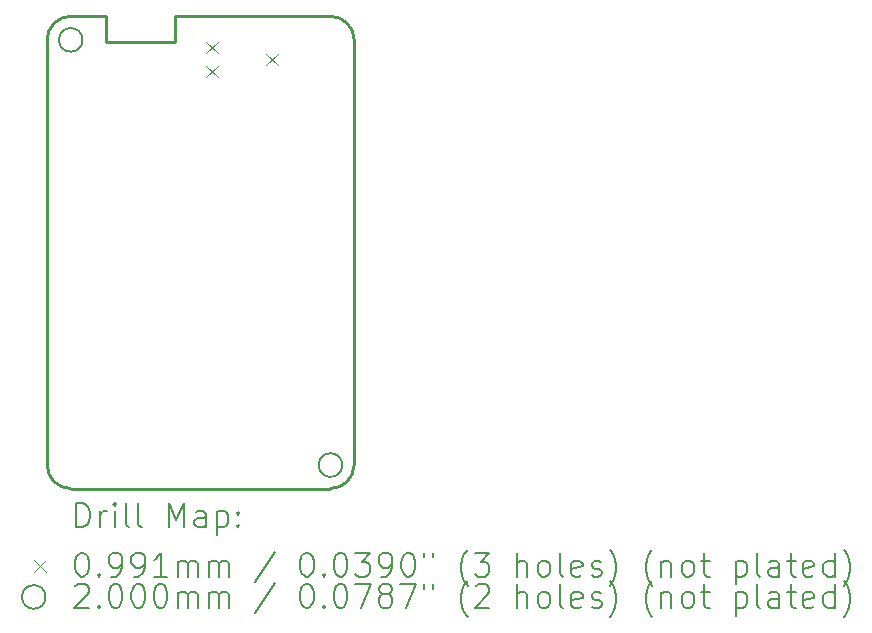
<source format=gbr>
%TF.GenerationSoftware,KiCad,Pcbnew,8.0.8*%
%TF.CreationDate,2025-02-27T16:48:46+01:00*%
%TF.ProjectId,nervous-ecg,6e657276-6f75-4732-9d65-63672e6b6963,1*%
%TF.SameCoordinates,Original*%
%TF.FileFunction,Drillmap*%
%TF.FilePolarity,Positive*%
%FSLAX45Y45*%
G04 Gerber Fmt 4.5, Leading zero omitted, Abs format (unit mm)*
G04 Created by KiCad (PCBNEW 8.0.8) date 2025-02-27 16:48:46*
%MOMM*%
%LPD*%
G01*
G04 APERTURE LIST*
%ADD10C,0.254000*%
%ADD11C,0.200000*%
%ADD12C,0.100000*%
G04 APERTURE END LIST*
D10*
X5599997Y-2600198D02*
X5600000Y-6200000D01*
X3500000Y-2617050D02*
X4084400Y-2617050D01*
X3500000Y-2617050D02*
X3500000Y-2400000D01*
X3200000Y-6400000D02*
G75*
G02*
X3000304Y-6199700I2170J201860D01*
G01*
X5600000Y-6200000D02*
G75*
G02*
X5399700Y-6399696I-201860J2170D01*
G01*
X5400297Y-2399898D02*
X4084400Y-2400000D01*
X5399700Y-6399700D02*
X3200000Y-6400000D01*
X3000300Y-2600200D02*
X3000300Y-6199700D01*
X3000300Y-2600200D02*
G75*
G02*
X3200000Y-2400003I201260J-1060D01*
G01*
X3500000Y-2400000D02*
X3200000Y-2400000D01*
X4084400Y-2617050D02*
X4084400Y-2400000D01*
X5400297Y-2399898D02*
G75*
G02*
X5599988Y-2600198I-2177J-201862D01*
G01*
D11*
D12*
X4346953Y-2614552D02*
X4446053Y-2713652D01*
X4446053Y-2614552D02*
X4346953Y-2713652D01*
X4346953Y-2817752D02*
X4446053Y-2916852D01*
X4446053Y-2817752D02*
X4346953Y-2916852D01*
X4854953Y-2716152D02*
X4954053Y-2815252D01*
X4954053Y-2716152D02*
X4854953Y-2815252D01*
D11*
X3299997Y-2600198D02*
G75*
G02*
X3099997Y-2600198I-100000J0D01*
G01*
X3099997Y-2600198D02*
G75*
G02*
X3299997Y-2600198I100000J0D01*
G01*
X5499697Y-6199998D02*
G75*
G02*
X5299697Y-6199998I-100000J0D01*
G01*
X5299697Y-6199998D02*
G75*
G02*
X5499697Y-6199998I100000J0D01*
G01*
X3248377Y-6724184D02*
X3248377Y-6524184D01*
X3248377Y-6524184D02*
X3295996Y-6524184D01*
X3295996Y-6524184D02*
X3324567Y-6533708D01*
X3324567Y-6533708D02*
X3343615Y-6552755D01*
X3343615Y-6552755D02*
X3353139Y-6571803D01*
X3353139Y-6571803D02*
X3362662Y-6609898D01*
X3362662Y-6609898D02*
X3362662Y-6638469D01*
X3362662Y-6638469D02*
X3353139Y-6676565D01*
X3353139Y-6676565D02*
X3343615Y-6695612D01*
X3343615Y-6695612D02*
X3324567Y-6714660D01*
X3324567Y-6714660D02*
X3295996Y-6724184D01*
X3295996Y-6724184D02*
X3248377Y-6724184D01*
X3448377Y-6724184D02*
X3448377Y-6590850D01*
X3448377Y-6628946D02*
X3457901Y-6609898D01*
X3457901Y-6609898D02*
X3467424Y-6600374D01*
X3467424Y-6600374D02*
X3486472Y-6590850D01*
X3486472Y-6590850D02*
X3505520Y-6590850D01*
X3572186Y-6724184D02*
X3572186Y-6590850D01*
X3572186Y-6524184D02*
X3562662Y-6533708D01*
X3562662Y-6533708D02*
X3572186Y-6543231D01*
X3572186Y-6543231D02*
X3581710Y-6533708D01*
X3581710Y-6533708D02*
X3572186Y-6524184D01*
X3572186Y-6524184D02*
X3572186Y-6543231D01*
X3695996Y-6724184D02*
X3676948Y-6714660D01*
X3676948Y-6714660D02*
X3667424Y-6695612D01*
X3667424Y-6695612D02*
X3667424Y-6524184D01*
X3800758Y-6724184D02*
X3781710Y-6714660D01*
X3781710Y-6714660D02*
X3772186Y-6695612D01*
X3772186Y-6695612D02*
X3772186Y-6524184D01*
X4029329Y-6724184D02*
X4029329Y-6524184D01*
X4029329Y-6524184D02*
X4095996Y-6667041D01*
X4095996Y-6667041D02*
X4162662Y-6524184D01*
X4162662Y-6524184D02*
X4162662Y-6724184D01*
X4343615Y-6724184D02*
X4343615Y-6619422D01*
X4343615Y-6619422D02*
X4334091Y-6600374D01*
X4334091Y-6600374D02*
X4315044Y-6590850D01*
X4315044Y-6590850D02*
X4276948Y-6590850D01*
X4276948Y-6590850D02*
X4257901Y-6600374D01*
X4343615Y-6714660D02*
X4324567Y-6724184D01*
X4324567Y-6724184D02*
X4276948Y-6724184D01*
X4276948Y-6724184D02*
X4257901Y-6714660D01*
X4257901Y-6714660D02*
X4248377Y-6695612D01*
X4248377Y-6695612D02*
X4248377Y-6676565D01*
X4248377Y-6676565D02*
X4257901Y-6657517D01*
X4257901Y-6657517D02*
X4276948Y-6647993D01*
X4276948Y-6647993D02*
X4324567Y-6647993D01*
X4324567Y-6647993D02*
X4343615Y-6638469D01*
X4438853Y-6590850D02*
X4438853Y-6790850D01*
X4438853Y-6600374D02*
X4457901Y-6590850D01*
X4457901Y-6590850D02*
X4495996Y-6590850D01*
X4495996Y-6590850D02*
X4515044Y-6600374D01*
X4515044Y-6600374D02*
X4524567Y-6609898D01*
X4524567Y-6609898D02*
X4534091Y-6628946D01*
X4534091Y-6628946D02*
X4534091Y-6686088D01*
X4534091Y-6686088D02*
X4524567Y-6705136D01*
X4524567Y-6705136D02*
X4515044Y-6714660D01*
X4515044Y-6714660D02*
X4495996Y-6724184D01*
X4495996Y-6724184D02*
X4457901Y-6724184D01*
X4457901Y-6724184D02*
X4438853Y-6714660D01*
X4619805Y-6705136D02*
X4629329Y-6714660D01*
X4629329Y-6714660D02*
X4619805Y-6724184D01*
X4619805Y-6724184D02*
X4610282Y-6714660D01*
X4610282Y-6714660D02*
X4619805Y-6705136D01*
X4619805Y-6705136D02*
X4619805Y-6724184D01*
X4619805Y-6600374D02*
X4629329Y-6609898D01*
X4629329Y-6609898D02*
X4619805Y-6619422D01*
X4619805Y-6619422D02*
X4610282Y-6609898D01*
X4610282Y-6609898D02*
X4619805Y-6600374D01*
X4619805Y-6600374D02*
X4619805Y-6619422D01*
D12*
X2888500Y-7003150D02*
X2987600Y-7102250D01*
X2987600Y-7003150D02*
X2888500Y-7102250D01*
D11*
X3286472Y-6944184D02*
X3305520Y-6944184D01*
X3305520Y-6944184D02*
X3324567Y-6953708D01*
X3324567Y-6953708D02*
X3334091Y-6963231D01*
X3334091Y-6963231D02*
X3343615Y-6982279D01*
X3343615Y-6982279D02*
X3353139Y-7020374D01*
X3353139Y-7020374D02*
X3353139Y-7067993D01*
X3353139Y-7067993D02*
X3343615Y-7106088D01*
X3343615Y-7106088D02*
X3334091Y-7125136D01*
X3334091Y-7125136D02*
X3324567Y-7134660D01*
X3324567Y-7134660D02*
X3305520Y-7144184D01*
X3305520Y-7144184D02*
X3286472Y-7144184D01*
X3286472Y-7144184D02*
X3267424Y-7134660D01*
X3267424Y-7134660D02*
X3257901Y-7125136D01*
X3257901Y-7125136D02*
X3248377Y-7106088D01*
X3248377Y-7106088D02*
X3238853Y-7067993D01*
X3238853Y-7067993D02*
X3238853Y-7020374D01*
X3238853Y-7020374D02*
X3248377Y-6982279D01*
X3248377Y-6982279D02*
X3257901Y-6963231D01*
X3257901Y-6963231D02*
X3267424Y-6953708D01*
X3267424Y-6953708D02*
X3286472Y-6944184D01*
X3438853Y-7125136D02*
X3448377Y-7134660D01*
X3448377Y-7134660D02*
X3438853Y-7144184D01*
X3438853Y-7144184D02*
X3429329Y-7134660D01*
X3429329Y-7134660D02*
X3438853Y-7125136D01*
X3438853Y-7125136D02*
X3438853Y-7144184D01*
X3543615Y-7144184D02*
X3581710Y-7144184D01*
X3581710Y-7144184D02*
X3600758Y-7134660D01*
X3600758Y-7134660D02*
X3610282Y-7125136D01*
X3610282Y-7125136D02*
X3629329Y-7096565D01*
X3629329Y-7096565D02*
X3638853Y-7058469D01*
X3638853Y-7058469D02*
X3638853Y-6982279D01*
X3638853Y-6982279D02*
X3629329Y-6963231D01*
X3629329Y-6963231D02*
X3619805Y-6953708D01*
X3619805Y-6953708D02*
X3600758Y-6944184D01*
X3600758Y-6944184D02*
X3562662Y-6944184D01*
X3562662Y-6944184D02*
X3543615Y-6953708D01*
X3543615Y-6953708D02*
X3534091Y-6963231D01*
X3534091Y-6963231D02*
X3524567Y-6982279D01*
X3524567Y-6982279D02*
X3524567Y-7029898D01*
X3524567Y-7029898D02*
X3534091Y-7048946D01*
X3534091Y-7048946D02*
X3543615Y-7058469D01*
X3543615Y-7058469D02*
X3562662Y-7067993D01*
X3562662Y-7067993D02*
X3600758Y-7067993D01*
X3600758Y-7067993D02*
X3619805Y-7058469D01*
X3619805Y-7058469D02*
X3629329Y-7048946D01*
X3629329Y-7048946D02*
X3638853Y-7029898D01*
X3734091Y-7144184D02*
X3772186Y-7144184D01*
X3772186Y-7144184D02*
X3791234Y-7134660D01*
X3791234Y-7134660D02*
X3800758Y-7125136D01*
X3800758Y-7125136D02*
X3819805Y-7096565D01*
X3819805Y-7096565D02*
X3829329Y-7058469D01*
X3829329Y-7058469D02*
X3829329Y-6982279D01*
X3829329Y-6982279D02*
X3819805Y-6963231D01*
X3819805Y-6963231D02*
X3810282Y-6953708D01*
X3810282Y-6953708D02*
X3791234Y-6944184D01*
X3791234Y-6944184D02*
X3753139Y-6944184D01*
X3753139Y-6944184D02*
X3734091Y-6953708D01*
X3734091Y-6953708D02*
X3724567Y-6963231D01*
X3724567Y-6963231D02*
X3715043Y-6982279D01*
X3715043Y-6982279D02*
X3715043Y-7029898D01*
X3715043Y-7029898D02*
X3724567Y-7048946D01*
X3724567Y-7048946D02*
X3734091Y-7058469D01*
X3734091Y-7058469D02*
X3753139Y-7067993D01*
X3753139Y-7067993D02*
X3791234Y-7067993D01*
X3791234Y-7067993D02*
X3810282Y-7058469D01*
X3810282Y-7058469D02*
X3819805Y-7048946D01*
X3819805Y-7048946D02*
X3829329Y-7029898D01*
X4019805Y-7144184D02*
X3905520Y-7144184D01*
X3962662Y-7144184D02*
X3962662Y-6944184D01*
X3962662Y-6944184D02*
X3943615Y-6972755D01*
X3943615Y-6972755D02*
X3924567Y-6991803D01*
X3924567Y-6991803D02*
X3905520Y-7001327D01*
X4105520Y-7144184D02*
X4105520Y-7010850D01*
X4105520Y-7029898D02*
X4115043Y-7020374D01*
X4115043Y-7020374D02*
X4134091Y-7010850D01*
X4134091Y-7010850D02*
X4162663Y-7010850D01*
X4162663Y-7010850D02*
X4181710Y-7020374D01*
X4181710Y-7020374D02*
X4191234Y-7039422D01*
X4191234Y-7039422D02*
X4191234Y-7144184D01*
X4191234Y-7039422D02*
X4200758Y-7020374D01*
X4200758Y-7020374D02*
X4219805Y-7010850D01*
X4219805Y-7010850D02*
X4248377Y-7010850D01*
X4248377Y-7010850D02*
X4267425Y-7020374D01*
X4267425Y-7020374D02*
X4276948Y-7039422D01*
X4276948Y-7039422D02*
X4276948Y-7144184D01*
X4372186Y-7144184D02*
X4372186Y-7010850D01*
X4372186Y-7029898D02*
X4381710Y-7020374D01*
X4381710Y-7020374D02*
X4400758Y-7010850D01*
X4400758Y-7010850D02*
X4429329Y-7010850D01*
X4429329Y-7010850D02*
X4448377Y-7020374D01*
X4448377Y-7020374D02*
X4457901Y-7039422D01*
X4457901Y-7039422D02*
X4457901Y-7144184D01*
X4457901Y-7039422D02*
X4467425Y-7020374D01*
X4467425Y-7020374D02*
X4486472Y-7010850D01*
X4486472Y-7010850D02*
X4515044Y-7010850D01*
X4515044Y-7010850D02*
X4534091Y-7020374D01*
X4534091Y-7020374D02*
X4543615Y-7039422D01*
X4543615Y-7039422D02*
X4543615Y-7144184D01*
X4934091Y-6934660D02*
X4762663Y-7191803D01*
X5191234Y-6944184D02*
X5210282Y-6944184D01*
X5210282Y-6944184D02*
X5229329Y-6953708D01*
X5229329Y-6953708D02*
X5238853Y-6963231D01*
X5238853Y-6963231D02*
X5248377Y-6982279D01*
X5248377Y-6982279D02*
X5257901Y-7020374D01*
X5257901Y-7020374D02*
X5257901Y-7067993D01*
X5257901Y-7067993D02*
X5248377Y-7106088D01*
X5248377Y-7106088D02*
X5238853Y-7125136D01*
X5238853Y-7125136D02*
X5229329Y-7134660D01*
X5229329Y-7134660D02*
X5210282Y-7144184D01*
X5210282Y-7144184D02*
X5191234Y-7144184D01*
X5191234Y-7144184D02*
X5172187Y-7134660D01*
X5172187Y-7134660D02*
X5162663Y-7125136D01*
X5162663Y-7125136D02*
X5153139Y-7106088D01*
X5153139Y-7106088D02*
X5143615Y-7067993D01*
X5143615Y-7067993D02*
X5143615Y-7020374D01*
X5143615Y-7020374D02*
X5153139Y-6982279D01*
X5153139Y-6982279D02*
X5162663Y-6963231D01*
X5162663Y-6963231D02*
X5172187Y-6953708D01*
X5172187Y-6953708D02*
X5191234Y-6944184D01*
X5343615Y-7125136D02*
X5353139Y-7134660D01*
X5353139Y-7134660D02*
X5343615Y-7144184D01*
X5343615Y-7144184D02*
X5334091Y-7134660D01*
X5334091Y-7134660D02*
X5343615Y-7125136D01*
X5343615Y-7125136D02*
X5343615Y-7144184D01*
X5476948Y-6944184D02*
X5495996Y-6944184D01*
X5495996Y-6944184D02*
X5515044Y-6953708D01*
X5515044Y-6953708D02*
X5524568Y-6963231D01*
X5524568Y-6963231D02*
X5534091Y-6982279D01*
X5534091Y-6982279D02*
X5543615Y-7020374D01*
X5543615Y-7020374D02*
X5543615Y-7067993D01*
X5543615Y-7067993D02*
X5534091Y-7106088D01*
X5534091Y-7106088D02*
X5524568Y-7125136D01*
X5524568Y-7125136D02*
X5515044Y-7134660D01*
X5515044Y-7134660D02*
X5495996Y-7144184D01*
X5495996Y-7144184D02*
X5476948Y-7144184D01*
X5476948Y-7144184D02*
X5457901Y-7134660D01*
X5457901Y-7134660D02*
X5448377Y-7125136D01*
X5448377Y-7125136D02*
X5438853Y-7106088D01*
X5438853Y-7106088D02*
X5429329Y-7067993D01*
X5429329Y-7067993D02*
X5429329Y-7020374D01*
X5429329Y-7020374D02*
X5438853Y-6982279D01*
X5438853Y-6982279D02*
X5448377Y-6963231D01*
X5448377Y-6963231D02*
X5457901Y-6953708D01*
X5457901Y-6953708D02*
X5476948Y-6944184D01*
X5610282Y-6944184D02*
X5734091Y-6944184D01*
X5734091Y-6944184D02*
X5667425Y-7020374D01*
X5667425Y-7020374D02*
X5695996Y-7020374D01*
X5695996Y-7020374D02*
X5715044Y-7029898D01*
X5715044Y-7029898D02*
X5724567Y-7039422D01*
X5724567Y-7039422D02*
X5734091Y-7058469D01*
X5734091Y-7058469D02*
X5734091Y-7106088D01*
X5734091Y-7106088D02*
X5724567Y-7125136D01*
X5724567Y-7125136D02*
X5715044Y-7134660D01*
X5715044Y-7134660D02*
X5695996Y-7144184D01*
X5695996Y-7144184D02*
X5638853Y-7144184D01*
X5638853Y-7144184D02*
X5619806Y-7134660D01*
X5619806Y-7134660D02*
X5610282Y-7125136D01*
X5829329Y-7144184D02*
X5867425Y-7144184D01*
X5867425Y-7144184D02*
X5886472Y-7134660D01*
X5886472Y-7134660D02*
X5895996Y-7125136D01*
X5895996Y-7125136D02*
X5915044Y-7096565D01*
X5915044Y-7096565D02*
X5924567Y-7058469D01*
X5924567Y-7058469D02*
X5924567Y-6982279D01*
X5924567Y-6982279D02*
X5915044Y-6963231D01*
X5915044Y-6963231D02*
X5905520Y-6953708D01*
X5905520Y-6953708D02*
X5886472Y-6944184D01*
X5886472Y-6944184D02*
X5848377Y-6944184D01*
X5848377Y-6944184D02*
X5829329Y-6953708D01*
X5829329Y-6953708D02*
X5819806Y-6963231D01*
X5819806Y-6963231D02*
X5810282Y-6982279D01*
X5810282Y-6982279D02*
X5810282Y-7029898D01*
X5810282Y-7029898D02*
X5819806Y-7048946D01*
X5819806Y-7048946D02*
X5829329Y-7058469D01*
X5829329Y-7058469D02*
X5848377Y-7067993D01*
X5848377Y-7067993D02*
X5886472Y-7067993D01*
X5886472Y-7067993D02*
X5905520Y-7058469D01*
X5905520Y-7058469D02*
X5915044Y-7048946D01*
X5915044Y-7048946D02*
X5924567Y-7029898D01*
X6048377Y-6944184D02*
X6067425Y-6944184D01*
X6067425Y-6944184D02*
X6086472Y-6953708D01*
X6086472Y-6953708D02*
X6095996Y-6963231D01*
X6095996Y-6963231D02*
X6105520Y-6982279D01*
X6105520Y-6982279D02*
X6115044Y-7020374D01*
X6115044Y-7020374D02*
X6115044Y-7067993D01*
X6115044Y-7067993D02*
X6105520Y-7106088D01*
X6105520Y-7106088D02*
X6095996Y-7125136D01*
X6095996Y-7125136D02*
X6086472Y-7134660D01*
X6086472Y-7134660D02*
X6067425Y-7144184D01*
X6067425Y-7144184D02*
X6048377Y-7144184D01*
X6048377Y-7144184D02*
X6029329Y-7134660D01*
X6029329Y-7134660D02*
X6019806Y-7125136D01*
X6019806Y-7125136D02*
X6010282Y-7106088D01*
X6010282Y-7106088D02*
X6000758Y-7067993D01*
X6000758Y-7067993D02*
X6000758Y-7020374D01*
X6000758Y-7020374D02*
X6010282Y-6982279D01*
X6010282Y-6982279D02*
X6019806Y-6963231D01*
X6019806Y-6963231D02*
X6029329Y-6953708D01*
X6029329Y-6953708D02*
X6048377Y-6944184D01*
X6191234Y-6944184D02*
X6191234Y-6982279D01*
X6267425Y-6944184D02*
X6267425Y-6982279D01*
X6562663Y-7220374D02*
X6553139Y-7210850D01*
X6553139Y-7210850D02*
X6534091Y-7182279D01*
X6534091Y-7182279D02*
X6524568Y-7163231D01*
X6524568Y-7163231D02*
X6515044Y-7134660D01*
X6515044Y-7134660D02*
X6505520Y-7087041D01*
X6505520Y-7087041D02*
X6505520Y-7048946D01*
X6505520Y-7048946D02*
X6515044Y-7001327D01*
X6515044Y-7001327D02*
X6524568Y-6972755D01*
X6524568Y-6972755D02*
X6534091Y-6953708D01*
X6534091Y-6953708D02*
X6553139Y-6925136D01*
X6553139Y-6925136D02*
X6562663Y-6915612D01*
X6619806Y-6944184D02*
X6743615Y-6944184D01*
X6743615Y-6944184D02*
X6676948Y-7020374D01*
X6676948Y-7020374D02*
X6705520Y-7020374D01*
X6705520Y-7020374D02*
X6724568Y-7029898D01*
X6724568Y-7029898D02*
X6734091Y-7039422D01*
X6734091Y-7039422D02*
X6743615Y-7058469D01*
X6743615Y-7058469D02*
X6743615Y-7106088D01*
X6743615Y-7106088D02*
X6734091Y-7125136D01*
X6734091Y-7125136D02*
X6724568Y-7134660D01*
X6724568Y-7134660D02*
X6705520Y-7144184D01*
X6705520Y-7144184D02*
X6648377Y-7144184D01*
X6648377Y-7144184D02*
X6629329Y-7134660D01*
X6629329Y-7134660D02*
X6619806Y-7125136D01*
X6981710Y-7144184D02*
X6981710Y-6944184D01*
X7067425Y-7144184D02*
X7067425Y-7039422D01*
X7067425Y-7039422D02*
X7057901Y-7020374D01*
X7057901Y-7020374D02*
X7038853Y-7010850D01*
X7038853Y-7010850D02*
X7010282Y-7010850D01*
X7010282Y-7010850D02*
X6991234Y-7020374D01*
X6991234Y-7020374D02*
X6981710Y-7029898D01*
X7191234Y-7144184D02*
X7172187Y-7134660D01*
X7172187Y-7134660D02*
X7162663Y-7125136D01*
X7162663Y-7125136D02*
X7153139Y-7106088D01*
X7153139Y-7106088D02*
X7153139Y-7048946D01*
X7153139Y-7048946D02*
X7162663Y-7029898D01*
X7162663Y-7029898D02*
X7172187Y-7020374D01*
X7172187Y-7020374D02*
X7191234Y-7010850D01*
X7191234Y-7010850D02*
X7219806Y-7010850D01*
X7219806Y-7010850D02*
X7238853Y-7020374D01*
X7238853Y-7020374D02*
X7248377Y-7029898D01*
X7248377Y-7029898D02*
X7257901Y-7048946D01*
X7257901Y-7048946D02*
X7257901Y-7106088D01*
X7257901Y-7106088D02*
X7248377Y-7125136D01*
X7248377Y-7125136D02*
X7238853Y-7134660D01*
X7238853Y-7134660D02*
X7219806Y-7144184D01*
X7219806Y-7144184D02*
X7191234Y-7144184D01*
X7372187Y-7144184D02*
X7353139Y-7134660D01*
X7353139Y-7134660D02*
X7343615Y-7115612D01*
X7343615Y-7115612D02*
X7343615Y-6944184D01*
X7524568Y-7134660D02*
X7505520Y-7144184D01*
X7505520Y-7144184D02*
X7467425Y-7144184D01*
X7467425Y-7144184D02*
X7448377Y-7134660D01*
X7448377Y-7134660D02*
X7438853Y-7115612D01*
X7438853Y-7115612D02*
X7438853Y-7039422D01*
X7438853Y-7039422D02*
X7448377Y-7020374D01*
X7448377Y-7020374D02*
X7467425Y-7010850D01*
X7467425Y-7010850D02*
X7505520Y-7010850D01*
X7505520Y-7010850D02*
X7524568Y-7020374D01*
X7524568Y-7020374D02*
X7534091Y-7039422D01*
X7534091Y-7039422D02*
X7534091Y-7058469D01*
X7534091Y-7058469D02*
X7438853Y-7077517D01*
X7610282Y-7134660D02*
X7629330Y-7144184D01*
X7629330Y-7144184D02*
X7667425Y-7144184D01*
X7667425Y-7144184D02*
X7686472Y-7134660D01*
X7686472Y-7134660D02*
X7695996Y-7115612D01*
X7695996Y-7115612D02*
X7695996Y-7106088D01*
X7695996Y-7106088D02*
X7686472Y-7087041D01*
X7686472Y-7087041D02*
X7667425Y-7077517D01*
X7667425Y-7077517D02*
X7638853Y-7077517D01*
X7638853Y-7077517D02*
X7619806Y-7067993D01*
X7619806Y-7067993D02*
X7610282Y-7048946D01*
X7610282Y-7048946D02*
X7610282Y-7039422D01*
X7610282Y-7039422D02*
X7619806Y-7020374D01*
X7619806Y-7020374D02*
X7638853Y-7010850D01*
X7638853Y-7010850D02*
X7667425Y-7010850D01*
X7667425Y-7010850D02*
X7686472Y-7020374D01*
X7762663Y-7220374D02*
X7772187Y-7210850D01*
X7772187Y-7210850D02*
X7791234Y-7182279D01*
X7791234Y-7182279D02*
X7800758Y-7163231D01*
X7800758Y-7163231D02*
X7810282Y-7134660D01*
X7810282Y-7134660D02*
X7819806Y-7087041D01*
X7819806Y-7087041D02*
X7819806Y-7048946D01*
X7819806Y-7048946D02*
X7810282Y-7001327D01*
X7810282Y-7001327D02*
X7800758Y-6972755D01*
X7800758Y-6972755D02*
X7791234Y-6953708D01*
X7791234Y-6953708D02*
X7772187Y-6925136D01*
X7772187Y-6925136D02*
X7762663Y-6915612D01*
X8124568Y-7220374D02*
X8115044Y-7210850D01*
X8115044Y-7210850D02*
X8095996Y-7182279D01*
X8095996Y-7182279D02*
X8086472Y-7163231D01*
X8086472Y-7163231D02*
X8076949Y-7134660D01*
X8076949Y-7134660D02*
X8067425Y-7087041D01*
X8067425Y-7087041D02*
X8067425Y-7048946D01*
X8067425Y-7048946D02*
X8076949Y-7001327D01*
X8076949Y-7001327D02*
X8086472Y-6972755D01*
X8086472Y-6972755D02*
X8095996Y-6953708D01*
X8095996Y-6953708D02*
X8115044Y-6925136D01*
X8115044Y-6925136D02*
X8124568Y-6915612D01*
X8200758Y-7010850D02*
X8200758Y-7144184D01*
X8200758Y-7029898D02*
X8210282Y-7020374D01*
X8210282Y-7020374D02*
X8229330Y-7010850D01*
X8229330Y-7010850D02*
X8257901Y-7010850D01*
X8257901Y-7010850D02*
X8276949Y-7020374D01*
X8276949Y-7020374D02*
X8286472Y-7039422D01*
X8286472Y-7039422D02*
X8286472Y-7144184D01*
X8410282Y-7144184D02*
X8391234Y-7134660D01*
X8391234Y-7134660D02*
X8381711Y-7125136D01*
X8381711Y-7125136D02*
X8372187Y-7106088D01*
X8372187Y-7106088D02*
X8372187Y-7048946D01*
X8372187Y-7048946D02*
X8381711Y-7029898D01*
X8381711Y-7029898D02*
X8391234Y-7020374D01*
X8391234Y-7020374D02*
X8410282Y-7010850D01*
X8410282Y-7010850D02*
X8438854Y-7010850D01*
X8438854Y-7010850D02*
X8457901Y-7020374D01*
X8457901Y-7020374D02*
X8467425Y-7029898D01*
X8467425Y-7029898D02*
X8476949Y-7048946D01*
X8476949Y-7048946D02*
X8476949Y-7106088D01*
X8476949Y-7106088D02*
X8467425Y-7125136D01*
X8467425Y-7125136D02*
X8457901Y-7134660D01*
X8457901Y-7134660D02*
X8438854Y-7144184D01*
X8438854Y-7144184D02*
X8410282Y-7144184D01*
X8534092Y-7010850D02*
X8610282Y-7010850D01*
X8562663Y-6944184D02*
X8562663Y-7115612D01*
X8562663Y-7115612D02*
X8572187Y-7134660D01*
X8572187Y-7134660D02*
X8591234Y-7144184D01*
X8591234Y-7144184D02*
X8610282Y-7144184D01*
X8829330Y-7010850D02*
X8829330Y-7210850D01*
X8829330Y-7020374D02*
X8848377Y-7010850D01*
X8848377Y-7010850D02*
X8886473Y-7010850D01*
X8886473Y-7010850D02*
X8905520Y-7020374D01*
X8905520Y-7020374D02*
X8915044Y-7029898D01*
X8915044Y-7029898D02*
X8924568Y-7048946D01*
X8924568Y-7048946D02*
X8924568Y-7106088D01*
X8924568Y-7106088D02*
X8915044Y-7125136D01*
X8915044Y-7125136D02*
X8905520Y-7134660D01*
X8905520Y-7134660D02*
X8886473Y-7144184D01*
X8886473Y-7144184D02*
X8848377Y-7144184D01*
X8848377Y-7144184D02*
X8829330Y-7134660D01*
X9038854Y-7144184D02*
X9019806Y-7134660D01*
X9019806Y-7134660D02*
X9010282Y-7115612D01*
X9010282Y-7115612D02*
X9010282Y-6944184D01*
X9200758Y-7144184D02*
X9200758Y-7039422D01*
X9200758Y-7039422D02*
X9191235Y-7020374D01*
X9191235Y-7020374D02*
X9172187Y-7010850D01*
X9172187Y-7010850D02*
X9134092Y-7010850D01*
X9134092Y-7010850D02*
X9115044Y-7020374D01*
X9200758Y-7134660D02*
X9181711Y-7144184D01*
X9181711Y-7144184D02*
X9134092Y-7144184D01*
X9134092Y-7144184D02*
X9115044Y-7134660D01*
X9115044Y-7134660D02*
X9105520Y-7115612D01*
X9105520Y-7115612D02*
X9105520Y-7096565D01*
X9105520Y-7096565D02*
X9115044Y-7077517D01*
X9115044Y-7077517D02*
X9134092Y-7067993D01*
X9134092Y-7067993D02*
X9181711Y-7067993D01*
X9181711Y-7067993D02*
X9200758Y-7058469D01*
X9267425Y-7010850D02*
X9343615Y-7010850D01*
X9295996Y-6944184D02*
X9295996Y-7115612D01*
X9295996Y-7115612D02*
X9305520Y-7134660D01*
X9305520Y-7134660D02*
X9324568Y-7144184D01*
X9324568Y-7144184D02*
X9343615Y-7144184D01*
X9486473Y-7134660D02*
X9467425Y-7144184D01*
X9467425Y-7144184D02*
X9429330Y-7144184D01*
X9429330Y-7144184D02*
X9410282Y-7134660D01*
X9410282Y-7134660D02*
X9400758Y-7115612D01*
X9400758Y-7115612D02*
X9400758Y-7039422D01*
X9400758Y-7039422D02*
X9410282Y-7020374D01*
X9410282Y-7020374D02*
X9429330Y-7010850D01*
X9429330Y-7010850D02*
X9467425Y-7010850D01*
X9467425Y-7010850D02*
X9486473Y-7020374D01*
X9486473Y-7020374D02*
X9495996Y-7039422D01*
X9495996Y-7039422D02*
X9495996Y-7058469D01*
X9495996Y-7058469D02*
X9400758Y-7077517D01*
X9667425Y-7144184D02*
X9667425Y-6944184D01*
X9667425Y-7134660D02*
X9648377Y-7144184D01*
X9648377Y-7144184D02*
X9610282Y-7144184D01*
X9610282Y-7144184D02*
X9591235Y-7134660D01*
X9591235Y-7134660D02*
X9581711Y-7125136D01*
X9581711Y-7125136D02*
X9572187Y-7106088D01*
X9572187Y-7106088D02*
X9572187Y-7048946D01*
X9572187Y-7048946D02*
X9581711Y-7029898D01*
X9581711Y-7029898D02*
X9591235Y-7020374D01*
X9591235Y-7020374D02*
X9610282Y-7010850D01*
X9610282Y-7010850D02*
X9648377Y-7010850D01*
X9648377Y-7010850D02*
X9667425Y-7020374D01*
X9743616Y-7220374D02*
X9753139Y-7210850D01*
X9753139Y-7210850D02*
X9772187Y-7182279D01*
X9772187Y-7182279D02*
X9781711Y-7163231D01*
X9781711Y-7163231D02*
X9791235Y-7134660D01*
X9791235Y-7134660D02*
X9800758Y-7087041D01*
X9800758Y-7087041D02*
X9800758Y-7048946D01*
X9800758Y-7048946D02*
X9791235Y-7001327D01*
X9791235Y-7001327D02*
X9781711Y-6972755D01*
X9781711Y-6972755D02*
X9772187Y-6953708D01*
X9772187Y-6953708D02*
X9753139Y-6925136D01*
X9753139Y-6925136D02*
X9743616Y-6915612D01*
X2987600Y-7316700D02*
G75*
G02*
X2787600Y-7316700I-100000J0D01*
G01*
X2787600Y-7316700D02*
G75*
G02*
X2987600Y-7316700I100000J0D01*
G01*
X3238853Y-7227231D02*
X3248377Y-7217708D01*
X3248377Y-7217708D02*
X3267424Y-7208184D01*
X3267424Y-7208184D02*
X3315043Y-7208184D01*
X3315043Y-7208184D02*
X3334091Y-7217708D01*
X3334091Y-7217708D02*
X3343615Y-7227231D01*
X3343615Y-7227231D02*
X3353139Y-7246279D01*
X3353139Y-7246279D02*
X3353139Y-7265327D01*
X3353139Y-7265327D02*
X3343615Y-7293898D01*
X3343615Y-7293898D02*
X3229329Y-7408184D01*
X3229329Y-7408184D02*
X3353139Y-7408184D01*
X3438853Y-7389136D02*
X3448377Y-7398660D01*
X3448377Y-7398660D02*
X3438853Y-7408184D01*
X3438853Y-7408184D02*
X3429329Y-7398660D01*
X3429329Y-7398660D02*
X3438853Y-7389136D01*
X3438853Y-7389136D02*
X3438853Y-7408184D01*
X3572186Y-7208184D02*
X3591234Y-7208184D01*
X3591234Y-7208184D02*
X3610282Y-7217708D01*
X3610282Y-7217708D02*
X3619805Y-7227231D01*
X3619805Y-7227231D02*
X3629329Y-7246279D01*
X3629329Y-7246279D02*
X3638853Y-7284374D01*
X3638853Y-7284374D02*
X3638853Y-7331993D01*
X3638853Y-7331993D02*
X3629329Y-7370088D01*
X3629329Y-7370088D02*
X3619805Y-7389136D01*
X3619805Y-7389136D02*
X3610282Y-7398660D01*
X3610282Y-7398660D02*
X3591234Y-7408184D01*
X3591234Y-7408184D02*
X3572186Y-7408184D01*
X3572186Y-7408184D02*
X3553139Y-7398660D01*
X3553139Y-7398660D02*
X3543615Y-7389136D01*
X3543615Y-7389136D02*
X3534091Y-7370088D01*
X3534091Y-7370088D02*
X3524567Y-7331993D01*
X3524567Y-7331993D02*
X3524567Y-7284374D01*
X3524567Y-7284374D02*
X3534091Y-7246279D01*
X3534091Y-7246279D02*
X3543615Y-7227231D01*
X3543615Y-7227231D02*
X3553139Y-7217708D01*
X3553139Y-7217708D02*
X3572186Y-7208184D01*
X3762662Y-7208184D02*
X3781710Y-7208184D01*
X3781710Y-7208184D02*
X3800758Y-7217708D01*
X3800758Y-7217708D02*
X3810282Y-7227231D01*
X3810282Y-7227231D02*
X3819805Y-7246279D01*
X3819805Y-7246279D02*
X3829329Y-7284374D01*
X3829329Y-7284374D02*
X3829329Y-7331993D01*
X3829329Y-7331993D02*
X3819805Y-7370088D01*
X3819805Y-7370088D02*
X3810282Y-7389136D01*
X3810282Y-7389136D02*
X3800758Y-7398660D01*
X3800758Y-7398660D02*
X3781710Y-7408184D01*
X3781710Y-7408184D02*
X3762662Y-7408184D01*
X3762662Y-7408184D02*
X3743615Y-7398660D01*
X3743615Y-7398660D02*
X3734091Y-7389136D01*
X3734091Y-7389136D02*
X3724567Y-7370088D01*
X3724567Y-7370088D02*
X3715043Y-7331993D01*
X3715043Y-7331993D02*
X3715043Y-7284374D01*
X3715043Y-7284374D02*
X3724567Y-7246279D01*
X3724567Y-7246279D02*
X3734091Y-7227231D01*
X3734091Y-7227231D02*
X3743615Y-7217708D01*
X3743615Y-7217708D02*
X3762662Y-7208184D01*
X3953139Y-7208184D02*
X3972186Y-7208184D01*
X3972186Y-7208184D02*
X3991234Y-7217708D01*
X3991234Y-7217708D02*
X4000758Y-7227231D01*
X4000758Y-7227231D02*
X4010282Y-7246279D01*
X4010282Y-7246279D02*
X4019805Y-7284374D01*
X4019805Y-7284374D02*
X4019805Y-7331993D01*
X4019805Y-7331993D02*
X4010282Y-7370088D01*
X4010282Y-7370088D02*
X4000758Y-7389136D01*
X4000758Y-7389136D02*
X3991234Y-7398660D01*
X3991234Y-7398660D02*
X3972186Y-7408184D01*
X3972186Y-7408184D02*
X3953139Y-7408184D01*
X3953139Y-7408184D02*
X3934091Y-7398660D01*
X3934091Y-7398660D02*
X3924567Y-7389136D01*
X3924567Y-7389136D02*
X3915043Y-7370088D01*
X3915043Y-7370088D02*
X3905520Y-7331993D01*
X3905520Y-7331993D02*
X3905520Y-7284374D01*
X3905520Y-7284374D02*
X3915043Y-7246279D01*
X3915043Y-7246279D02*
X3924567Y-7227231D01*
X3924567Y-7227231D02*
X3934091Y-7217708D01*
X3934091Y-7217708D02*
X3953139Y-7208184D01*
X4105520Y-7408184D02*
X4105520Y-7274850D01*
X4105520Y-7293898D02*
X4115043Y-7284374D01*
X4115043Y-7284374D02*
X4134091Y-7274850D01*
X4134091Y-7274850D02*
X4162663Y-7274850D01*
X4162663Y-7274850D02*
X4181710Y-7284374D01*
X4181710Y-7284374D02*
X4191234Y-7303422D01*
X4191234Y-7303422D02*
X4191234Y-7408184D01*
X4191234Y-7303422D02*
X4200758Y-7284374D01*
X4200758Y-7284374D02*
X4219805Y-7274850D01*
X4219805Y-7274850D02*
X4248377Y-7274850D01*
X4248377Y-7274850D02*
X4267425Y-7284374D01*
X4267425Y-7284374D02*
X4276948Y-7303422D01*
X4276948Y-7303422D02*
X4276948Y-7408184D01*
X4372186Y-7408184D02*
X4372186Y-7274850D01*
X4372186Y-7293898D02*
X4381710Y-7284374D01*
X4381710Y-7284374D02*
X4400758Y-7274850D01*
X4400758Y-7274850D02*
X4429329Y-7274850D01*
X4429329Y-7274850D02*
X4448377Y-7284374D01*
X4448377Y-7284374D02*
X4457901Y-7303422D01*
X4457901Y-7303422D02*
X4457901Y-7408184D01*
X4457901Y-7303422D02*
X4467425Y-7284374D01*
X4467425Y-7284374D02*
X4486472Y-7274850D01*
X4486472Y-7274850D02*
X4515044Y-7274850D01*
X4515044Y-7274850D02*
X4534091Y-7284374D01*
X4534091Y-7284374D02*
X4543615Y-7303422D01*
X4543615Y-7303422D02*
X4543615Y-7408184D01*
X4934091Y-7198660D02*
X4762663Y-7455803D01*
X5191234Y-7208184D02*
X5210282Y-7208184D01*
X5210282Y-7208184D02*
X5229329Y-7217708D01*
X5229329Y-7217708D02*
X5238853Y-7227231D01*
X5238853Y-7227231D02*
X5248377Y-7246279D01*
X5248377Y-7246279D02*
X5257901Y-7284374D01*
X5257901Y-7284374D02*
X5257901Y-7331993D01*
X5257901Y-7331993D02*
X5248377Y-7370088D01*
X5248377Y-7370088D02*
X5238853Y-7389136D01*
X5238853Y-7389136D02*
X5229329Y-7398660D01*
X5229329Y-7398660D02*
X5210282Y-7408184D01*
X5210282Y-7408184D02*
X5191234Y-7408184D01*
X5191234Y-7408184D02*
X5172187Y-7398660D01*
X5172187Y-7398660D02*
X5162663Y-7389136D01*
X5162663Y-7389136D02*
X5153139Y-7370088D01*
X5153139Y-7370088D02*
X5143615Y-7331993D01*
X5143615Y-7331993D02*
X5143615Y-7284374D01*
X5143615Y-7284374D02*
X5153139Y-7246279D01*
X5153139Y-7246279D02*
X5162663Y-7227231D01*
X5162663Y-7227231D02*
X5172187Y-7217708D01*
X5172187Y-7217708D02*
X5191234Y-7208184D01*
X5343615Y-7389136D02*
X5353139Y-7398660D01*
X5353139Y-7398660D02*
X5343615Y-7408184D01*
X5343615Y-7408184D02*
X5334091Y-7398660D01*
X5334091Y-7398660D02*
X5343615Y-7389136D01*
X5343615Y-7389136D02*
X5343615Y-7408184D01*
X5476948Y-7208184D02*
X5495996Y-7208184D01*
X5495996Y-7208184D02*
X5515044Y-7217708D01*
X5515044Y-7217708D02*
X5524568Y-7227231D01*
X5524568Y-7227231D02*
X5534091Y-7246279D01*
X5534091Y-7246279D02*
X5543615Y-7284374D01*
X5543615Y-7284374D02*
X5543615Y-7331993D01*
X5543615Y-7331993D02*
X5534091Y-7370088D01*
X5534091Y-7370088D02*
X5524568Y-7389136D01*
X5524568Y-7389136D02*
X5515044Y-7398660D01*
X5515044Y-7398660D02*
X5495996Y-7408184D01*
X5495996Y-7408184D02*
X5476948Y-7408184D01*
X5476948Y-7408184D02*
X5457901Y-7398660D01*
X5457901Y-7398660D02*
X5448377Y-7389136D01*
X5448377Y-7389136D02*
X5438853Y-7370088D01*
X5438853Y-7370088D02*
X5429329Y-7331993D01*
X5429329Y-7331993D02*
X5429329Y-7284374D01*
X5429329Y-7284374D02*
X5438853Y-7246279D01*
X5438853Y-7246279D02*
X5448377Y-7227231D01*
X5448377Y-7227231D02*
X5457901Y-7217708D01*
X5457901Y-7217708D02*
X5476948Y-7208184D01*
X5610282Y-7208184D02*
X5743615Y-7208184D01*
X5743615Y-7208184D02*
X5657901Y-7408184D01*
X5848377Y-7293898D02*
X5829329Y-7284374D01*
X5829329Y-7284374D02*
X5819806Y-7274850D01*
X5819806Y-7274850D02*
X5810282Y-7255803D01*
X5810282Y-7255803D02*
X5810282Y-7246279D01*
X5810282Y-7246279D02*
X5819806Y-7227231D01*
X5819806Y-7227231D02*
X5829329Y-7217708D01*
X5829329Y-7217708D02*
X5848377Y-7208184D01*
X5848377Y-7208184D02*
X5886472Y-7208184D01*
X5886472Y-7208184D02*
X5905520Y-7217708D01*
X5905520Y-7217708D02*
X5915044Y-7227231D01*
X5915044Y-7227231D02*
X5924567Y-7246279D01*
X5924567Y-7246279D02*
X5924567Y-7255803D01*
X5924567Y-7255803D02*
X5915044Y-7274850D01*
X5915044Y-7274850D02*
X5905520Y-7284374D01*
X5905520Y-7284374D02*
X5886472Y-7293898D01*
X5886472Y-7293898D02*
X5848377Y-7293898D01*
X5848377Y-7293898D02*
X5829329Y-7303422D01*
X5829329Y-7303422D02*
X5819806Y-7312946D01*
X5819806Y-7312946D02*
X5810282Y-7331993D01*
X5810282Y-7331993D02*
X5810282Y-7370088D01*
X5810282Y-7370088D02*
X5819806Y-7389136D01*
X5819806Y-7389136D02*
X5829329Y-7398660D01*
X5829329Y-7398660D02*
X5848377Y-7408184D01*
X5848377Y-7408184D02*
X5886472Y-7408184D01*
X5886472Y-7408184D02*
X5905520Y-7398660D01*
X5905520Y-7398660D02*
X5915044Y-7389136D01*
X5915044Y-7389136D02*
X5924567Y-7370088D01*
X5924567Y-7370088D02*
X5924567Y-7331993D01*
X5924567Y-7331993D02*
X5915044Y-7312946D01*
X5915044Y-7312946D02*
X5905520Y-7303422D01*
X5905520Y-7303422D02*
X5886472Y-7293898D01*
X5991234Y-7208184D02*
X6124567Y-7208184D01*
X6124567Y-7208184D02*
X6038853Y-7408184D01*
X6191234Y-7208184D02*
X6191234Y-7246279D01*
X6267425Y-7208184D02*
X6267425Y-7246279D01*
X6562663Y-7484374D02*
X6553139Y-7474850D01*
X6553139Y-7474850D02*
X6534091Y-7446279D01*
X6534091Y-7446279D02*
X6524568Y-7427231D01*
X6524568Y-7427231D02*
X6515044Y-7398660D01*
X6515044Y-7398660D02*
X6505520Y-7351041D01*
X6505520Y-7351041D02*
X6505520Y-7312946D01*
X6505520Y-7312946D02*
X6515044Y-7265327D01*
X6515044Y-7265327D02*
X6524568Y-7236755D01*
X6524568Y-7236755D02*
X6534091Y-7217708D01*
X6534091Y-7217708D02*
X6553139Y-7189136D01*
X6553139Y-7189136D02*
X6562663Y-7179612D01*
X6629329Y-7227231D02*
X6638853Y-7217708D01*
X6638853Y-7217708D02*
X6657901Y-7208184D01*
X6657901Y-7208184D02*
X6705520Y-7208184D01*
X6705520Y-7208184D02*
X6724568Y-7217708D01*
X6724568Y-7217708D02*
X6734091Y-7227231D01*
X6734091Y-7227231D02*
X6743615Y-7246279D01*
X6743615Y-7246279D02*
X6743615Y-7265327D01*
X6743615Y-7265327D02*
X6734091Y-7293898D01*
X6734091Y-7293898D02*
X6619806Y-7408184D01*
X6619806Y-7408184D02*
X6743615Y-7408184D01*
X6981710Y-7408184D02*
X6981710Y-7208184D01*
X7067425Y-7408184D02*
X7067425Y-7303422D01*
X7067425Y-7303422D02*
X7057901Y-7284374D01*
X7057901Y-7284374D02*
X7038853Y-7274850D01*
X7038853Y-7274850D02*
X7010282Y-7274850D01*
X7010282Y-7274850D02*
X6991234Y-7284374D01*
X6991234Y-7284374D02*
X6981710Y-7293898D01*
X7191234Y-7408184D02*
X7172187Y-7398660D01*
X7172187Y-7398660D02*
X7162663Y-7389136D01*
X7162663Y-7389136D02*
X7153139Y-7370088D01*
X7153139Y-7370088D02*
X7153139Y-7312946D01*
X7153139Y-7312946D02*
X7162663Y-7293898D01*
X7162663Y-7293898D02*
X7172187Y-7284374D01*
X7172187Y-7284374D02*
X7191234Y-7274850D01*
X7191234Y-7274850D02*
X7219806Y-7274850D01*
X7219806Y-7274850D02*
X7238853Y-7284374D01*
X7238853Y-7284374D02*
X7248377Y-7293898D01*
X7248377Y-7293898D02*
X7257901Y-7312946D01*
X7257901Y-7312946D02*
X7257901Y-7370088D01*
X7257901Y-7370088D02*
X7248377Y-7389136D01*
X7248377Y-7389136D02*
X7238853Y-7398660D01*
X7238853Y-7398660D02*
X7219806Y-7408184D01*
X7219806Y-7408184D02*
X7191234Y-7408184D01*
X7372187Y-7408184D02*
X7353139Y-7398660D01*
X7353139Y-7398660D02*
X7343615Y-7379612D01*
X7343615Y-7379612D02*
X7343615Y-7208184D01*
X7524568Y-7398660D02*
X7505520Y-7408184D01*
X7505520Y-7408184D02*
X7467425Y-7408184D01*
X7467425Y-7408184D02*
X7448377Y-7398660D01*
X7448377Y-7398660D02*
X7438853Y-7379612D01*
X7438853Y-7379612D02*
X7438853Y-7303422D01*
X7438853Y-7303422D02*
X7448377Y-7284374D01*
X7448377Y-7284374D02*
X7467425Y-7274850D01*
X7467425Y-7274850D02*
X7505520Y-7274850D01*
X7505520Y-7274850D02*
X7524568Y-7284374D01*
X7524568Y-7284374D02*
X7534091Y-7303422D01*
X7534091Y-7303422D02*
X7534091Y-7322469D01*
X7534091Y-7322469D02*
X7438853Y-7341517D01*
X7610282Y-7398660D02*
X7629330Y-7408184D01*
X7629330Y-7408184D02*
X7667425Y-7408184D01*
X7667425Y-7408184D02*
X7686472Y-7398660D01*
X7686472Y-7398660D02*
X7695996Y-7379612D01*
X7695996Y-7379612D02*
X7695996Y-7370088D01*
X7695996Y-7370088D02*
X7686472Y-7351041D01*
X7686472Y-7351041D02*
X7667425Y-7341517D01*
X7667425Y-7341517D02*
X7638853Y-7341517D01*
X7638853Y-7341517D02*
X7619806Y-7331993D01*
X7619806Y-7331993D02*
X7610282Y-7312946D01*
X7610282Y-7312946D02*
X7610282Y-7303422D01*
X7610282Y-7303422D02*
X7619806Y-7284374D01*
X7619806Y-7284374D02*
X7638853Y-7274850D01*
X7638853Y-7274850D02*
X7667425Y-7274850D01*
X7667425Y-7274850D02*
X7686472Y-7284374D01*
X7762663Y-7484374D02*
X7772187Y-7474850D01*
X7772187Y-7474850D02*
X7791234Y-7446279D01*
X7791234Y-7446279D02*
X7800758Y-7427231D01*
X7800758Y-7427231D02*
X7810282Y-7398660D01*
X7810282Y-7398660D02*
X7819806Y-7351041D01*
X7819806Y-7351041D02*
X7819806Y-7312946D01*
X7819806Y-7312946D02*
X7810282Y-7265327D01*
X7810282Y-7265327D02*
X7800758Y-7236755D01*
X7800758Y-7236755D02*
X7791234Y-7217708D01*
X7791234Y-7217708D02*
X7772187Y-7189136D01*
X7772187Y-7189136D02*
X7762663Y-7179612D01*
X8124568Y-7484374D02*
X8115044Y-7474850D01*
X8115044Y-7474850D02*
X8095996Y-7446279D01*
X8095996Y-7446279D02*
X8086472Y-7427231D01*
X8086472Y-7427231D02*
X8076949Y-7398660D01*
X8076949Y-7398660D02*
X8067425Y-7351041D01*
X8067425Y-7351041D02*
X8067425Y-7312946D01*
X8067425Y-7312946D02*
X8076949Y-7265327D01*
X8076949Y-7265327D02*
X8086472Y-7236755D01*
X8086472Y-7236755D02*
X8095996Y-7217708D01*
X8095996Y-7217708D02*
X8115044Y-7189136D01*
X8115044Y-7189136D02*
X8124568Y-7179612D01*
X8200758Y-7274850D02*
X8200758Y-7408184D01*
X8200758Y-7293898D02*
X8210282Y-7284374D01*
X8210282Y-7284374D02*
X8229330Y-7274850D01*
X8229330Y-7274850D02*
X8257901Y-7274850D01*
X8257901Y-7274850D02*
X8276949Y-7284374D01*
X8276949Y-7284374D02*
X8286472Y-7303422D01*
X8286472Y-7303422D02*
X8286472Y-7408184D01*
X8410282Y-7408184D02*
X8391234Y-7398660D01*
X8391234Y-7398660D02*
X8381711Y-7389136D01*
X8381711Y-7389136D02*
X8372187Y-7370088D01*
X8372187Y-7370088D02*
X8372187Y-7312946D01*
X8372187Y-7312946D02*
X8381711Y-7293898D01*
X8381711Y-7293898D02*
X8391234Y-7284374D01*
X8391234Y-7284374D02*
X8410282Y-7274850D01*
X8410282Y-7274850D02*
X8438854Y-7274850D01*
X8438854Y-7274850D02*
X8457901Y-7284374D01*
X8457901Y-7284374D02*
X8467425Y-7293898D01*
X8467425Y-7293898D02*
X8476949Y-7312946D01*
X8476949Y-7312946D02*
X8476949Y-7370088D01*
X8476949Y-7370088D02*
X8467425Y-7389136D01*
X8467425Y-7389136D02*
X8457901Y-7398660D01*
X8457901Y-7398660D02*
X8438854Y-7408184D01*
X8438854Y-7408184D02*
X8410282Y-7408184D01*
X8534092Y-7274850D02*
X8610282Y-7274850D01*
X8562663Y-7208184D02*
X8562663Y-7379612D01*
X8562663Y-7379612D02*
X8572187Y-7398660D01*
X8572187Y-7398660D02*
X8591234Y-7408184D01*
X8591234Y-7408184D02*
X8610282Y-7408184D01*
X8829330Y-7274850D02*
X8829330Y-7474850D01*
X8829330Y-7284374D02*
X8848377Y-7274850D01*
X8848377Y-7274850D02*
X8886473Y-7274850D01*
X8886473Y-7274850D02*
X8905520Y-7284374D01*
X8905520Y-7284374D02*
X8915044Y-7293898D01*
X8915044Y-7293898D02*
X8924568Y-7312946D01*
X8924568Y-7312946D02*
X8924568Y-7370088D01*
X8924568Y-7370088D02*
X8915044Y-7389136D01*
X8915044Y-7389136D02*
X8905520Y-7398660D01*
X8905520Y-7398660D02*
X8886473Y-7408184D01*
X8886473Y-7408184D02*
X8848377Y-7408184D01*
X8848377Y-7408184D02*
X8829330Y-7398660D01*
X9038854Y-7408184D02*
X9019806Y-7398660D01*
X9019806Y-7398660D02*
X9010282Y-7379612D01*
X9010282Y-7379612D02*
X9010282Y-7208184D01*
X9200758Y-7408184D02*
X9200758Y-7303422D01*
X9200758Y-7303422D02*
X9191235Y-7284374D01*
X9191235Y-7284374D02*
X9172187Y-7274850D01*
X9172187Y-7274850D02*
X9134092Y-7274850D01*
X9134092Y-7274850D02*
X9115044Y-7284374D01*
X9200758Y-7398660D02*
X9181711Y-7408184D01*
X9181711Y-7408184D02*
X9134092Y-7408184D01*
X9134092Y-7408184D02*
X9115044Y-7398660D01*
X9115044Y-7398660D02*
X9105520Y-7379612D01*
X9105520Y-7379612D02*
X9105520Y-7360565D01*
X9105520Y-7360565D02*
X9115044Y-7341517D01*
X9115044Y-7341517D02*
X9134092Y-7331993D01*
X9134092Y-7331993D02*
X9181711Y-7331993D01*
X9181711Y-7331993D02*
X9200758Y-7322469D01*
X9267425Y-7274850D02*
X9343615Y-7274850D01*
X9295996Y-7208184D02*
X9295996Y-7379612D01*
X9295996Y-7379612D02*
X9305520Y-7398660D01*
X9305520Y-7398660D02*
X9324568Y-7408184D01*
X9324568Y-7408184D02*
X9343615Y-7408184D01*
X9486473Y-7398660D02*
X9467425Y-7408184D01*
X9467425Y-7408184D02*
X9429330Y-7408184D01*
X9429330Y-7408184D02*
X9410282Y-7398660D01*
X9410282Y-7398660D02*
X9400758Y-7379612D01*
X9400758Y-7379612D02*
X9400758Y-7303422D01*
X9400758Y-7303422D02*
X9410282Y-7284374D01*
X9410282Y-7284374D02*
X9429330Y-7274850D01*
X9429330Y-7274850D02*
X9467425Y-7274850D01*
X9467425Y-7274850D02*
X9486473Y-7284374D01*
X9486473Y-7284374D02*
X9495996Y-7303422D01*
X9495996Y-7303422D02*
X9495996Y-7322469D01*
X9495996Y-7322469D02*
X9400758Y-7341517D01*
X9667425Y-7408184D02*
X9667425Y-7208184D01*
X9667425Y-7398660D02*
X9648377Y-7408184D01*
X9648377Y-7408184D02*
X9610282Y-7408184D01*
X9610282Y-7408184D02*
X9591235Y-7398660D01*
X9591235Y-7398660D02*
X9581711Y-7389136D01*
X9581711Y-7389136D02*
X9572187Y-7370088D01*
X9572187Y-7370088D02*
X9572187Y-7312946D01*
X9572187Y-7312946D02*
X9581711Y-7293898D01*
X9581711Y-7293898D02*
X9591235Y-7284374D01*
X9591235Y-7284374D02*
X9610282Y-7274850D01*
X9610282Y-7274850D02*
X9648377Y-7274850D01*
X9648377Y-7274850D02*
X9667425Y-7284374D01*
X9743616Y-7484374D02*
X9753139Y-7474850D01*
X9753139Y-7474850D02*
X9772187Y-7446279D01*
X9772187Y-7446279D02*
X9781711Y-7427231D01*
X9781711Y-7427231D02*
X9791235Y-7398660D01*
X9791235Y-7398660D02*
X9800758Y-7351041D01*
X9800758Y-7351041D02*
X9800758Y-7312946D01*
X9800758Y-7312946D02*
X9791235Y-7265327D01*
X9791235Y-7265327D02*
X9781711Y-7236755D01*
X9781711Y-7236755D02*
X9772187Y-7217708D01*
X9772187Y-7217708D02*
X9753139Y-7189136D01*
X9753139Y-7189136D02*
X9743616Y-7179612D01*
M02*

</source>
